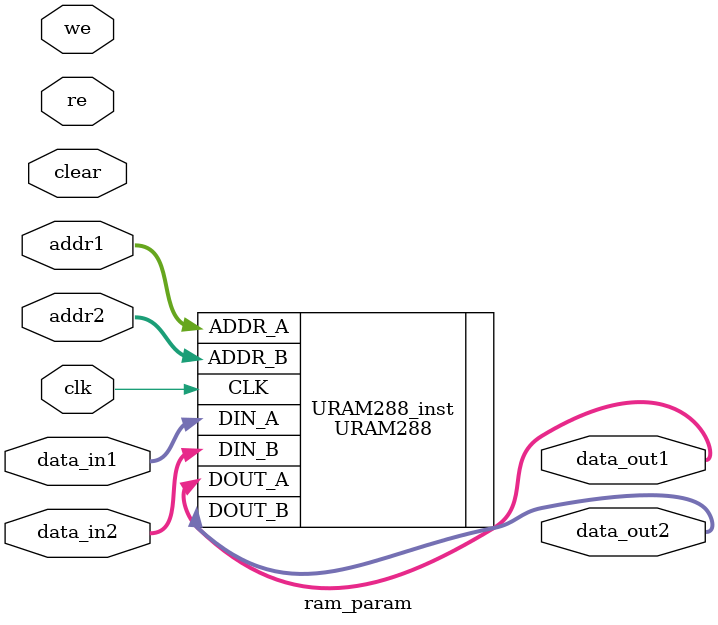
<source format=v>
module ram_param(clk, we,re, clear,addr1,addr2, data_in1,data_in2, data_out1,data_out2);
parameter n = 22;
parameter w = 8;
input clk, we,re, clear;
input [n-1:0] addr1;
input [n-1:0] addr2;

input [72-1:0] data_in1,data_in2;
output [72-1:0] data_out1,data_out2;

URAM288 URAM288_inst (
    .CLK(clk),
    .DIN_A(data_in1),
    .DIN_B(data_in2),
    .ADDR_A(addr1),
    .ADDR_B(addr2),
    .DOUT_A(data_out1),                         // 72-bit output: Port A read data output
    .DOUT_B(data_out2)                      // 72-bit output: Port B read data output
   );
 
   
endmodule  
</source>
